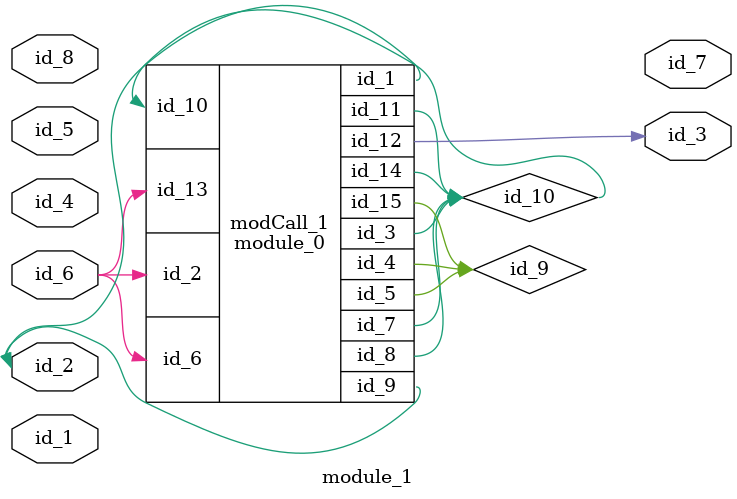
<source format=v>
module module_0 (
    id_1,
    id_2,
    id_3,
    id_4,
    id_5,
    id_6,
    id_7,
    id_8,
    id_9,
    id_10,
    id_11,
    id_12,
    id_13,
    id_14,
    id_15
);
  output wire id_15;
  output wire id_14;
  input wire id_13;
  output wire id_12;
  inout wire id_11;
  input wire id_10;
  inout wire id_9;
  output wire id_8;
  inout wire id_7;
  input wire id_6;
  inout wire id_5;
  output wire id_4;
  output wire id_3;
  input wire id_2;
  inout wire id_1;
  assign id_11 = id_6;
  wire id_16;
  wire id_17;
endmodule
module module_1 (
    id_1,
    id_2,
    id_3,
    id_4,
    id_5,
    id_6,
    id_7,
    id_8
);
  input wire id_8;
  output wire id_7;
  input wire id_6;
  input wire id_5;
  input wire id_4;
  output wire id_3;
  inout wire id_2;
  inout wire id_1;
  wire id_9;
  wire id_10;
  module_0 modCall_1 (
      id_2,
      id_6,
      id_10,
      id_9,
      id_9,
      id_6,
      id_10,
      id_10,
      id_2,
      id_10,
      id_10,
      id_3,
      id_6,
      id_10,
      id_9
  );
  wire id_11;
  reg id_12, id_13, id_14;
  always @(posedge $realtime) begin : LABEL_0
    id_13 <= (id_4[-1'b0]);
  end
  wire id_15;
  wire id_16;
endmodule

</source>
